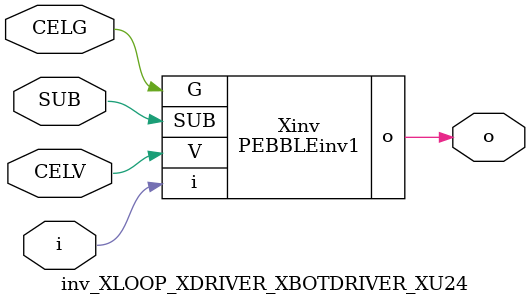
<source format=v>



module PEBBLEinv1 ( o, G, SUB, V, i );

  input V;
  input i;
  input G;
  output o;
  input SUB;
endmodule

//Celera Confidential Do Not Copy inv_XLOOP_XDRIVER_XBOTDRIVER_XU24
//Celera Confidential Symbol Generator
//5V Inverter
module inv_XLOOP_XDRIVER_XBOTDRIVER_XU24 (CELV,CELG,i,o,SUB);
input CELV;
input CELG;
input i;
input SUB;
output o;

//Celera Confidential Do Not Copy inv
PEBBLEinv1 Xinv(
.V (CELV),
.i (i),
.o (o),
.SUB (SUB),
.G (CELG)
);
//,diesize,PEBBLEinv1

//Celera Confidential Do Not Copy Module End
//Celera Schematic Generator
endmodule

</source>
